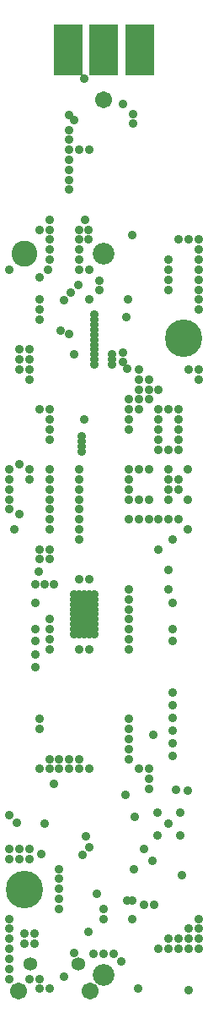
<source format=gbr>
G04 EAGLE Gerber RS-274X export*
G75*
%MOMM*%
%FSLAX34Y34*%
%LPD*%
%INSoldermask Bottom*%
%IPPOS*%
%AMOC8*
5,1,8,0,0,1.08239X$1,22.5*%
G01*
%ADD10R,2.903200X5.203200*%
%ADD11C,1.711200*%
%ADD12C,1.361200*%
%ADD13C,2.183200*%
%ADD14C,3.753200*%
%ADD15C,2.593200*%
%ADD16C,0.909600*%


D10*
X146100Y955000D03*
X110000Y955000D03*
X73900Y955000D03*
D11*
X110000Y905000D03*
X24250Y12700D03*
X95750Y12700D03*
D12*
X84250Y40000D03*
X35750Y40000D03*
D13*
X110000Y28900D03*
X110000Y751100D03*
D14*
X30000Y114000D03*
X190000Y666000D03*
D15*
X30000Y751100D03*
D16*
X35000Y535000D03*
X35000Y525000D03*
X45000Y455000D03*
X45000Y445000D03*
X55000Y445000D03*
X55000Y455000D03*
X88000Y553000D03*
X88000Y558000D03*
X88000Y563000D03*
X88000Y568000D03*
X90000Y585000D03*
X155000Y225000D03*
X182509Y213944D03*
X24944Y540000D03*
X24944Y490000D03*
X179000Y299000D03*
X145000Y235000D03*
X194000Y213000D03*
X159944Y269500D03*
X138500Y85000D03*
X40000Y60000D03*
X30000Y60000D03*
X30000Y70000D03*
X40000Y70000D03*
X150000Y155000D03*
X134000Y705000D03*
X132500Y687500D03*
X66056Y674000D03*
X50000Y420000D03*
X74869Y671000D03*
X41000Y401000D03*
X22000Y181000D03*
X60000Y220000D03*
X80000Y650000D03*
X59372Y420000D03*
X133000Y636000D03*
X95000Y705000D03*
X95000Y735000D03*
X129000Y901000D03*
X70000Y27000D03*
X47000Y150000D03*
X80000Y370000D03*
X85000Y370000D03*
X90000Y370000D03*
X95000Y370000D03*
X100000Y370000D03*
X100000Y375000D03*
X95000Y375000D03*
X90000Y375000D03*
X85000Y375000D03*
X80000Y375000D03*
X80000Y380000D03*
X85000Y380000D03*
X90000Y380000D03*
X95000Y380000D03*
X100000Y380000D03*
X100000Y385000D03*
X95000Y385000D03*
X90000Y385000D03*
X85000Y385000D03*
X80000Y385000D03*
X80000Y390000D03*
X85000Y390000D03*
X90000Y390000D03*
X95000Y390000D03*
X100000Y390000D03*
X100000Y395000D03*
X95000Y395000D03*
X90000Y395000D03*
X85000Y395000D03*
X80000Y395000D03*
X80000Y400000D03*
X85000Y400000D03*
X90000Y400000D03*
X95000Y400000D03*
X100000Y400000D03*
X100000Y405000D03*
X95000Y405000D03*
X90000Y405000D03*
X85000Y405000D03*
X80000Y405000D03*
X80000Y410000D03*
X85000Y410000D03*
X90000Y410000D03*
X95000Y410000D03*
X100000Y410000D03*
X20000Y475000D03*
X45000Y275000D03*
X45000Y285000D03*
X179000Y311500D03*
X179000Y363000D03*
X179000Y375500D03*
X179000Y401000D03*
X179000Y465000D03*
X41000Y375000D03*
X41000Y363000D03*
X41000Y350000D03*
X41000Y337000D03*
X65000Y95000D03*
X88500Y149000D03*
X141000Y187000D03*
X94100Y72100D03*
X110000Y85000D03*
X150000Y99000D03*
X160500Y99000D03*
X138500Y103000D03*
X102500Y110000D03*
X99800Y50300D03*
X186500Y191500D03*
X163500Y191500D03*
X163500Y168500D03*
X186500Y168500D03*
X175000Y180000D03*
X155000Y215000D03*
X15000Y495000D03*
X15000Y505000D03*
X35000Y625000D03*
X194000Y475000D03*
X179000Y248000D03*
X179000Y260500D03*
X179000Y273500D03*
X179000Y286500D03*
X131500Y209500D03*
X155000Y235000D03*
X65000Y105000D03*
X65000Y115000D03*
X65000Y125000D03*
X65000Y135000D03*
X15000Y145000D03*
X25000Y145000D03*
X35000Y145000D03*
X35000Y155000D03*
X25000Y155000D03*
X15000Y155000D03*
X80000Y940000D03*
X55000Y245000D03*
X65000Y245000D03*
X75000Y245000D03*
X85000Y245000D03*
X44000Y432500D03*
X165000Y454500D03*
X175000Y434500D03*
X92000Y168000D03*
X40700Y420000D03*
X195000Y14000D03*
X175000Y414500D03*
X205000Y65000D03*
X195000Y65000D03*
X195000Y75000D03*
X185000Y65000D03*
X205000Y85000D03*
X205000Y75000D03*
X175000Y65000D03*
X175000Y55000D03*
X165000Y55000D03*
X185000Y55000D03*
X195000Y55000D03*
X205000Y55000D03*
X80000Y51000D03*
X15000Y85000D03*
X15000Y75000D03*
X15000Y65000D03*
X15000Y55000D03*
X15000Y45000D03*
X15000Y35000D03*
X15000Y25000D03*
X35000Y25000D03*
X45000Y25000D03*
X45000Y15000D03*
X55000Y15000D03*
X109800Y50300D03*
X119800Y50300D03*
X110000Y95000D03*
X158500Y143000D03*
X133500Y103000D03*
X50000Y180000D03*
X15000Y189000D03*
X45000Y235000D03*
X55000Y235000D03*
X65000Y235000D03*
X75000Y235000D03*
X85000Y235000D03*
X95000Y235000D03*
X135000Y245000D03*
X135000Y255000D03*
X135000Y265000D03*
X135000Y275000D03*
X135000Y285000D03*
X139000Y891000D03*
X139000Y881000D03*
X90000Y926000D03*
X75000Y875000D03*
X75000Y865000D03*
X75000Y855000D03*
X85000Y855000D03*
X95000Y855000D03*
X185000Y765000D03*
X75000Y845000D03*
X75000Y835000D03*
X75000Y825000D03*
X75000Y815000D03*
X55000Y785000D03*
X55000Y765000D03*
X55000Y775000D03*
X45000Y775000D03*
X55000Y755000D03*
X55000Y745000D03*
X15000Y735000D03*
X45000Y705000D03*
X45000Y695000D03*
X45000Y685000D03*
X25000Y655000D03*
X35000Y655000D03*
X35000Y645000D03*
X25000Y645000D03*
X25000Y635000D03*
X35000Y635000D03*
X15000Y515000D03*
X15000Y525000D03*
X15000Y535000D03*
X55000Y565000D03*
X55000Y575000D03*
X55000Y585000D03*
X55000Y595000D03*
X45000Y595000D03*
X55000Y525000D03*
X55000Y535000D03*
X55000Y515000D03*
X55000Y505000D03*
X55000Y495000D03*
X55000Y485000D03*
X55000Y475000D03*
X175000Y715000D03*
X175000Y725000D03*
X175000Y735000D03*
X175000Y745000D03*
X205000Y705000D03*
X205000Y715000D03*
X205000Y725000D03*
X205000Y735000D03*
X205000Y745000D03*
X205000Y755000D03*
X205000Y695000D03*
X205000Y765000D03*
X138000Y770000D03*
X195000Y765000D03*
X129000Y652000D03*
X129000Y643000D03*
X145000Y635000D03*
X155000Y625000D03*
X145000Y625000D03*
X145000Y615000D03*
X155000Y615000D03*
X165000Y615000D03*
X135000Y605000D03*
X135000Y595000D03*
X135000Y585000D03*
X135000Y575000D03*
X145000Y605000D03*
X145000Y595000D03*
X155000Y605000D03*
X94000Y775000D03*
X94000Y765000D03*
X91000Y785000D03*
X105000Y724000D03*
X105000Y715000D03*
X53500Y735000D03*
X45000Y727500D03*
X84500Y720000D03*
X76500Y712500D03*
X85000Y735000D03*
X85000Y745000D03*
X85000Y755000D03*
X85000Y765000D03*
X85000Y775000D03*
X85000Y475000D03*
X85000Y485000D03*
X85000Y495000D03*
X85000Y505000D03*
X85000Y525000D03*
X85000Y515000D03*
X85000Y535000D03*
X85000Y465000D03*
X55000Y385000D03*
X55000Y375000D03*
X55000Y365000D03*
X55000Y355000D03*
X155000Y535000D03*
X145000Y535000D03*
X135000Y535000D03*
X135000Y525000D03*
X135000Y515000D03*
X135000Y505000D03*
X145000Y505000D03*
X155000Y505000D03*
X194500Y535000D03*
X185000Y525000D03*
X185000Y515000D03*
X194500Y505000D03*
X175000Y515000D03*
X175000Y505000D03*
X175000Y525000D03*
X175000Y535000D03*
X135000Y485000D03*
X145000Y485000D03*
X155000Y485000D03*
X165000Y485000D03*
X175000Y485000D03*
X185000Y485000D03*
X135000Y415000D03*
X135000Y405000D03*
X135000Y395000D03*
X135000Y385000D03*
X135000Y375000D03*
X135000Y365000D03*
X135000Y355000D03*
X95000Y355000D03*
X85000Y355000D03*
X85000Y425000D03*
X95000Y425000D03*
X185000Y595000D03*
X185000Y585000D03*
X185000Y575000D03*
X185000Y565000D03*
X185000Y555000D03*
X175000Y555000D03*
X165000Y555000D03*
X165000Y565000D03*
X165000Y575000D03*
X165000Y585000D03*
X165000Y595000D03*
X175000Y595000D03*
X205000Y625000D03*
X205000Y635000D03*
X195000Y635000D03*
X188000Y129000D03*
X95000Y157000D03*
X150500Y934500D03*
X140000Y135000D03*
X75000Y890000D03*
X80000Y885000D03*
X100000Y690000D03*
X100000Y685000D03*
X100000Y680000D03*
X100000Y675000D03*
X100000Y670000D03*
X100000Y665000D03*
X100000Y660000D03*
X100000Y655000D03*
X100000Y650000D03*
X100000Y645000D03*
X100000Y640000D03*
X118000Y640000D03*
X118000Y645000D03*
X118000Y650000D03*
X69580Y704645D03*
X144500Y15500D03*
X127500Y42000D03*
M02*

</source>
